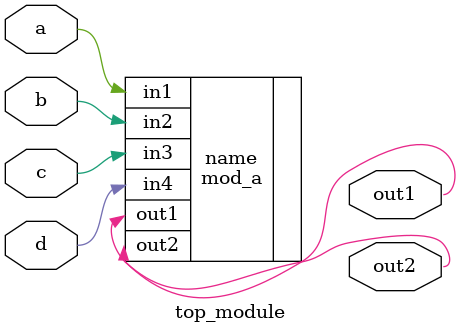
<source format=v>
module top_module ( 
                input a, 
                input b, 
                input c,
                input d,
                output out1,
                output out2
        );
	mod_a name(
		.in1(a),
		.in2(b),
		.in3(c),
		.in4(d),
		.out1(out1),
		.out2(out2)
		);
endmodule
</source>
